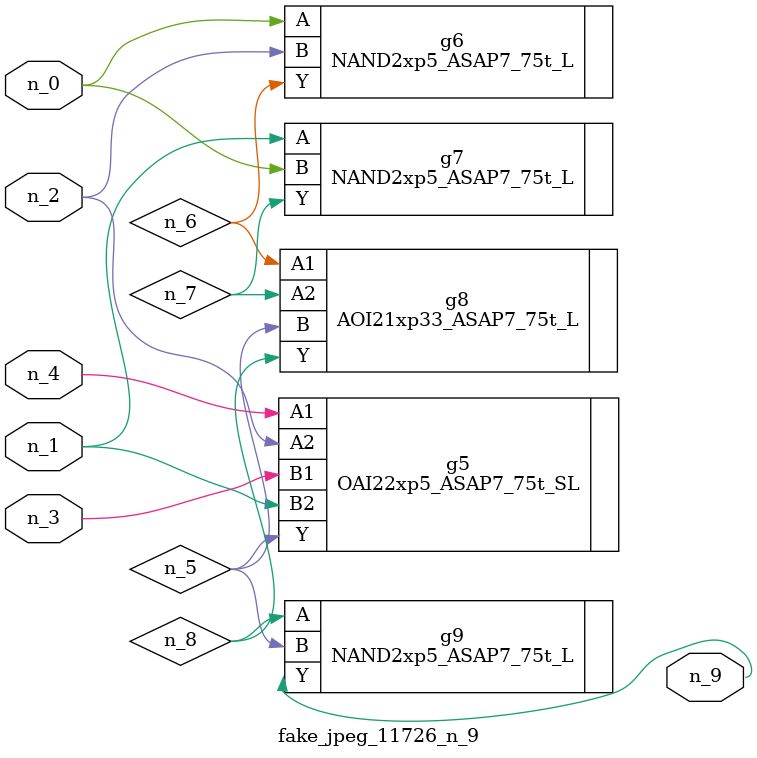
<source format=v>
module fake_jpeg_11726_n_9 (n_3, n_2, n_1, n_0, n_4, n_9);

input n_3;
input n_2;
input n_1;
input n_0;
input n_4;

output n_9;

wire n_8;
wire n_6;
wire n_5;
wire n_7;

OAI22xp5_ASAP7_75t_SL g5 ( 
.A1(n_4),
.A2(n_2),
.B1(n_3),
.B2(n_1),
.Y(n_5)
);

NAND2xp5_ASAP7_75t_L g6 ( 
.A(n_0),
.B(n_2),
.Y(n_6)
);

NAND2xp5_ASAP7_75t_L g7 ( 
.A(n_1),
.B(n_0),
.Y(n_7)
);

AOI21xp33_ASAP7_75t_L g8 ( 
.A1(n_6),
.A2(n_7),
.B(n_5),
.Y(n_8)
);

NAND2xp5_ASAP7_75t_L g9 ( 
.A(n_8),
.B(n_5),
.Y(n_9)
);


endmodule
</source>
